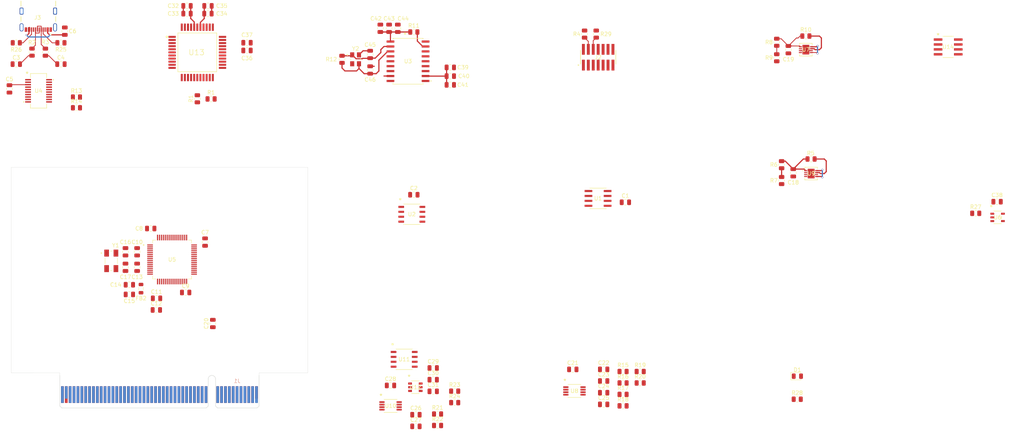
<source format=kicad_pcb>
(kicad_pcb (version 20240108) (generator "pcbnew") (generator_version "8.0")
  (layers (0 "F.Cu" signal) (1 "In1.Cu" signal) (2 "In2.Cu" signal) (31 "B.Cu" signal) (34 "B.Paste" user) (35 "F.Paste" user) (36 "B.SilkS" user "B.Silkscreen") (37 "F.SilkS" user "F.Silkscreen") (38 "B.Mask" user) (39 "F.Mask" user) (44 "Edge.Cuts" user))
  (net 0 "")
  (net 1 "+5V")
  (net 2 "Transducer-")
  (net 3 "SPI2_CS")
  (net 4 "USB_VDD")
  (net 6 "Net-(U3-SPLIT)")
  (net 8 "Net-(U13-GND)")
  (net 12 "Net-(D4-K)")
  (net 13 "USART2_TX")
  (net 21 "USART1_TX")
  (net 22 "USART1_RX")
  (net 23 "USB_D-")
  (net 24 "Net-(J3-CC1)")
  (net 25 "SPI1_MOSI")
  (net 26 "SPI1_MISO")
  (net 27 "DISCRETE_OUTPUT_3")
  (net 29 "DISCRETE_INPUT_4")
  (net 30 "HW_ID_3")
  (net 31 "HW_ID_2")
  (net 32 "SPI1_SCK")
  (net 33 "DISCRETE_OUTPUT_6")
  (net 35 "DISCRETE_OUTPUT_1")
  (net 36 "SPI1_CS")
  (net 38 "DISCRETE_OUTPUT_4")
  (net 39 "DISCRETE_INPUT_1")
  (net 42 "/OSC_IN")
  (net 43 "DISCRETE_INPUT_5")
  (net 44 "DISCRETE_INPUT_6")
  (net 45 "ARINC_429_CLK")
  (net 46 "DISCRETE_OUTPUT_5")
  (net 47 "DISCRETE_INPUT_2")
  (net 49 "DISCRETE_OUTPUT_2")
  (net 50 "DISCRETE_INPUT_3")
  (net 51 "HW_ID_1")
  (net 52 "ADC_CH1")
  (net 53 "SPI2_CLK")
  (net 54 "ADC_CH0")
  (net 55 "SPI2_MISO")
  (net 56 "SPI2_MOSI")
  (net 57 "USART2_RX")
  (net 58 "DAC_OUT")
  (net 59 "FT231_3V3OUT")
  (net 60 "Net-(U4-USBDP)")
  (net 61 "Net-(U4-USBDM)")
  (net 64 "Net-(J1-GND-PadA12)")
  (net 76 "Net-(J1-+12V-PadA2)")
  (net 78 "Net-(J1-+3.3V-PadA10)")
  (net 118 "/USART_RXLED")
  (net 119 "Net-(U4-VCC)")
  (net 120 "MCU_NRST")
  (net 121 "+3.3V")
  (net 122 "/OSC_OUT")
  (net 123 "SWDIO")
  (net 124 "429_IN-")
  (net 125 "Net-(U9-PG)")
  (net 126 "Net-(U9-SENSE{slash}ADJ)")
  (net 127 "SWCLK")
  (net 128 "V+_FROM_PCIE")
  (net 129 "Net-(U7-PG)")
  (net 130 "Net-(U7-SENSE{slash}ADJ)")
  (net 133 "WD_EN")
  (net 134 "WD_WDI")
  (net 135 "Net-(P1-CC)")
  (net 136 "429_OUT+")
  (net 140 "SPI2_SCK")
  (net 144 "Net-(J2-SWDIO)")
  (net 145 "Net-(U8-+IN_B)")
  (net 146 "Net-(U8--IN_B)")
  (net 147 "Net-(U8-+IN_A)")
  (net 148 "Net-(U8--IN_A)")
  (net 149 "-5V")
  (net 151 "429_OUT-")
  (net 152 "Net-(R21-Pad1)")
  (net 153 "Net-(U10-IN+)")
  (net 154 "Net-(R21-Pad2)")
  (net 155 "Net-(U10-IN-)")
  (net 156 "RTD-")
  (net 157 "Net-(U11-+IN)")
  (net 158 "RTD+")
  (net 160 "429_IN+")
  (net 165 "USB_D+")
  (net 166 "Net-(J3-CC2)")
  (net 168 "Net-(C22-Pad1)")
  (net 169 "Net-(J2-SWCLK)")
  (net 170 "Net-(U3-OSCOUT)")
  (net 171 "Net-(U3-OSCIN)")
  (net 172 "825_MR")
  (net 173 "Net-(D3-A)")
  (net 174 "/USART_TXLED")
  (net 175 "Transducer+")
  (net 176 "825_GP2")
  (net 177 "825_GP1")
  (net 178 "825_INT")
  (net 179 "825_CANL")
  (net 180 "825_CANH")
  (net 181 "825_STAT")
  (net 182 "825_TXEN")
  (net 183 "429_TFLAG")
  (net 184 "429_RFLAG")
  (net 185 "429_MR")
  (net 186 "Net-(D1-A)")
  (net 187 "Net-(U6-*WDO)")
  (net 188 "Net-(D2-K)")
  (net 189 "Net-(U14-FB)")
  (footprint "Capacitor_SMD:C_0805_2012Metric" (layer "F.Cu") (at 92.25 98.17 90)
    (property "Reference" "C13")
    (property "Value" "10nF")
  )
  (footprint "Resistor_SMD:R_0805_2012Metric" (layer "F.Cu") (at 68.6225 42.695 90)
    (property "Reference" "R3")
    (property "Value" "27")
  )
  (footprint "Capacitor_SMD:C_0805_2012Metric" (layer "F.Cu") (at 218.0138 81.405)
    (property "Reference" "C1")
    (property "Value" "4.7uF")
  )
  (footprint "Resistor_SMD:R_0805_2012Metric" (layer "F.Cu") (at 217.4125 128)
    (property "Reference" "R16")
    (property "Value" "1.13k")
  )
  (footprint "Capacitor_SMD:C_0805_2012Metric" (layer "F.Cu") (at 120.55 42.26 180)
    (property "Reference" "C36")
    (property "Value" "47uF")
  )
  (footprint "Capacitor_SMD:C_0805_2012Metric" (layer "F.Cu") (at 212.4125 130.51)
    (property "Reference" "C24")
    (property "Value" "0.1uF")
  )
  (footprint "Resistor_SMD:R_0805_2012Metric" (layer "F.Cu") (at 221.8225 128)
    (property "Reference" "R20")
    (property "Value" "750")
  )
  (footprint "Capacitor_SMD:C_0805_2012Metric" (layer "F.Cu") (at 92.25 94.17 90)
    (property "Reference" "C10")
    (property "Value" "100nF")
  )
  (footprint "SDII LIB:SAMTEC_FTSH-107-01-F-DV-K-P-TR" (layer "F.Cu") (at 211 44)
    (property "Reference" "J2")
    (property "Value" "ST STDC14 (Debug Connector)")
  )
  (footprint "Resistor_SMD:R_0805_2012Metric" (layer "F.Cu") (at 111.3 54.76)
    (property "Reference" "R1")
    (property "Value" "5.1K")
  )
  (footprint "SDII LIB:SOIC-18WB_HIC" (layer "F.Cu") (at 162.0212 45.04)
    (property "Reference" "U3")
    (property "Value" "HI-3110PSIF")
  )
  (footprint "Capacitor_SMD:C_0805_2012Metric" (layer "F.Cu") (at 73.6225 37.2825 -90)
    (property "Reference" "C6")
    (property "Value" "10nF")
  )
  (footprint "Capacitor_SMD:C_0805_2012Metric" (layer "F.Cu") (at 109.75 91.67 90)
    (property "Reference" "C7")
    (property "Value" "100nF")
  )
  (footprint "Capacitor_SMD:C_0805_2012Metric" (layer "F.Cu") (at 97.25 106.17)
    (property "Reference" "C11")
    (property "Value" "100nF")
  )
  (footprint "SDII LIB:XTAL_ABM3B-8.000MHZ-10-1-U-T" (layer "F.Cu") (at 85.5875 96.5075)
    (property "Reference" "Y1")
    (property "Value" "8MHz Crystal")
  )
  (footprint "SDII LIB:DGK8_TEX" (layer "F.Cu") (at 204.88845 130.050799)
    (property "Reference" "U8")
    (property "Value" "OPA2187IDGKR")
  )
  (footprint "Capacitor_SMD:C_0805_2012Metric" (layer "F.Cu") (at 168.50825 130.160001)
    (property "Reference" "C31")
    (property "Value" "40pF")
  )
  (footprint "Capacitor_SMD:C_0805_2012Metric" (layer "F.Cu") (at 90.25 102.67 180)
    (property "Reference" "C14")
    (property "Value" "1uF")
  )
  (footprint "Resistor_SMD:R_0805_2012Metric" (layer "F.Cu") (at 217.4125 125.05)
    (property "Reference" "R15")
    (property "Value" "10.7k")
  )
  (footprint "Capacitor_SMD:C_0805_2012Metric" (layer "F.Cu") (at 212.4125 127.5)
    (property "Reference" "C23")
    (property "Value" "0.015uF")
  )
  (footprint "Resistor_SMD:R_0805_2012Metric" (layer "F.Cu") (at 264.5 38.55)
    (property "Reference" "R10")
    (property "Value" "100k")
  )
  (footprint "Capacitor_SMD:C_0805_2012Metric" (layer "F.Cu") (at 159.3962 36.54 -90)
    (property "Reference" "C44")
    (property "Value" ".001uF")
  )
  (footprint "Capacitor_SMD:C_0805_2012Metric" (layer "F.Cu") (at 104.75 104.67)
    (property "Reference" "C9")
    (property "Value" "100nF")
  )
  (footprint "SDII LIB:CP_8_5_ADI" (layer "F.Cu") (at 264.5 42.05)
    (property "Reference" "U7")
    (property "Value" "ADP7104ACPZ-R7 (v3.3)")
  )
  (footprint "Resistor_SMD:R_0805_2012Metric" (layer "F.Cu") (at 217.4125 133.9)
    (property "Reference" "R18")
    (property "Value" "1M")
  )
  (footprint "Capacitor_SMD:C_0805_2012Metric" (layer "F.Cu") (at 59.363752 52.164611 -90)
    (property "Reference" "C5")
    (property "Value" "100nF")
  )
  (footprint "Capacitor_SMD:C_0805_2012Metric" (layer "F.Cu") (at 72.6225 45.7825)
    (property "Reference" "C4")
    (property "Value" "47pF")
  )
  (footprint "Inductor_SMD:L_0805_2012Metric" (layer "F.Cu") (at 93.25 103.67 90)
    (property "Reference" "FB2")
    (property "Value" "120R")
  )
  (footprint "Capacitor_SMD:C_0805_2012Metric" (layer "F.Cu") (at 61.1225 45.7825 180)
    (property "Reference" "C3")
    (property "Value" "47pF")
  )
  (footprint "Resistor_SMD:R_0805_2012Metric" (layer "F.Cu") (at 262.2725 132.195)
    (property "Reference" "R28")
    (property "Value" "2k")
  )
  (footprint "Capacitor_SMD:C_0805_2012Metric" (layer "F.Cu") (at 212.4125 133.52)
    (property "Reference" "C25")
    (property "Value" "10nF")
  )
  (footprint "Resistor_SMD:R_0805_2012Metric" (layer "F.Cu") (at 145.0212 44.54 -90)
    (property "Reference" "R12")
    (property "Value" "1.5Meg")
  )
  (footprint "Resistor_SMD:R_0805_2012Metric" (layer "F.Cu") (at 163.5212 37.497619)
    (property "Reference" "R11")
    (property "Value" "10k")
  )
  (footprint "SDII LIB:FT231XS-R_FTD" (layer "F.Cu") (at 66.863752 52.664611)
    (property "Reference" "U4")
    (property "Value" "FT231XS-R")
  )
  (footprint "Capacitor_SMD:C_0805_2012Metric" (layer "F.Cu") (at 261.25 73.8 -90)
    (property "Reference" "C18")
    (property "Value" "22uF")
  )
  (footprint "Resistor_SMD:R_0805_2012Metric" (layer "F.Cu") (at 258.25 71.7125 90)
    (property "Reference" "R6")
    (property "Value" "17.4k")
  )
  (footprint "Resistor_SMD:R_0805_2012Metric" (layer "F.Cu") (at 65.170876 42.687721 90)
    (property "Reference" "R2")
    (property "Value" "27")
  )
  (footprint "Resistor_SMD:R_0805_2012Metric" (layer "F.Cu") (at 174.0441 130.115001)
    (property "Reference" "R23")
    (property "Value" "1k")
  )
  (footprint "Capacitor_SMD:C_0805_2012Metric" (layer "F.Cu") (at 105.1 32.76 180)
    (property "Reference" "C33")
    (property "Value" "0.1uF")
  )
  (footprint "LED_SMD:LED_0805_2012Metric" (layer "F.Cu") (at 262.3125 126.25)
    (property "Reference" "D1")
    (property "Value" "PWR_LED")
  )
  (footprint "Resistor_SMD:R_0805_2012Metric" (layer "F.Cu") (at 257 40.1375 90)
    (property "Reference" "R8")
    (property "Value" "17.4k")
  )
  (footprint "Capacitor_SMD:C_0805_2012Metric" (layer "F.Cu") (at 204.4625 124.5)
    (property "Reference" "C21")
    (property "Value" "10nF")
  )
  (footprint "SDII LIB:GCT_USB4105-GF-A" (layer "F.Cu") (at 66.8 32.12 180)
    (property "Reference" "J3")
    (property "Value" "USB4105-GF-A")
  )
  (footprint "Capacitor_SMD:C_0805_2012Metric" (layer "F.Cu") (at 164.05825 139.190001)
    (property "Reference" "C27")
    (property "Value" "10uF")
  )
  (footprint "Capacitor_SMD:C_0805_2012Metric" (layer "F.Cu") (at 105.1 30.76 180)
    (property "Reference" "C32")
    (property "Value" "47uF")
  )
  (footprint "Resistor_SMD:R_0805_2012Metric" (layer "F.Cu") (at 174.0441 133.065001)
    (property "Reference" "R24")
    (property "Value" "2.5k")
  )
  (footprint "Capacitor_SMD:C_0805_2012Metric" (layer "F.Cu") (at 172.912279 46.625719)
    (property "Reference" "C39")
    (property "Value" ".001uF")
  )
  (footprint "SDII LIB:SOIC-8_S" (layer "F.Cu") (at 210.9638 80.405)
    (property "Reference" "U1")
    (property "Value" "LTC1298IS8_PBF")
  )
  (footprint "Capacitor_SMD:C_0805_2012Metric" (layer "F.Cu") (at 95.75 88.17 180)
    (property "Reference" "C8")
    (property "Value" "100nF")
  )
  (footprint "Resistor_SMD:R_0805_2012Metric" (layer "F.Cu") (at 169.6341 136.015001)
    (property "Reference" "R21")
    (property "Value" "5.5k")
  )
  (footprint "Resistor_SMD:R_0805_2012Metric" (layer "F.Cu") (at 72.6225 40.2825)
    (property "Reference" "R25")
    (property "Value" "5.1k")
  )
  (footprint "Capacitor_SMD:C_0805_2012Metric" (layer "F.Cu") (at 111.75 112.67 90)
    (property "Reference" "C20")
    (property "Value" ".1uF")
  )
  (footprint "Capacitor_SMD:C_0805_2012Metric" (layer "F.Cu") (at 168.50825 124.140001)
    (property "Reference" "C29")
    (property "Value" "400pF")
  )
  (footprint "Resistor_SMD:R_0805_2012Metric" (layer "F.Cu") (at 207.5 38.035 90)
    (property "Reference" "R4")
    (property "Value" "22")
  )
  (footprint "SDII LIB:SO-8_S_LIT" (layer "F.Cu") (at 163 84.5)
    (property "Reference" "U2")
    (property "Value" "LTC1451IS8-PBF")
  )
  (footprint "Capacitor_SMD:C_0805_2012Metric" (layer "F.Cu") (at 212.4125 124.49)
    (property "Reference" "C22")
    (property "Value" "332nF")
  )
  (footprint "Resistor_SMD:R_0805_2012Metric" (layer "F.Cu") (at 76.6225 57.0325)
    (property "Reference" "R14")
    (property "Value" "270")
  )
  (footprint "SDII LIB:DGK8_TEX" (layer "F.Cu") (at 157.52585 133.905)
    (property "Reference" "U10")
    (property "Value" "INA827AIDGKR")
  )
  (footprint "Capacitor_SMD:C_0805_2012Metric" (layer "F.Cu") (at 110.5 30.76)
    (property "Reference" "C35")
    (property "Value" "47uF")
  )
  (footprint "Capacitor_SMD:C_0805_2012Metric" (layer "F.Cu") (at 154.8962 36.54 -90)
    (property "Reference" "C42")
    (property "Value" ".1uF")
  )
  (footprint "SDII LIB:QFP80P1390X1390X150-44N" (layer "F.Cu") (at 107.75 42.75)
    (property "Reference" "U13")
    (property "Value" "HI-3585APQI")
  )
  (footprint "Capacitor_SMD:C_0805_2012Metric" (layer "F.Cu") (at 260 42.05 -90)
    (property "Reference" "C19")
    (property "Value" "22uF")
  )
  (footprint "SDII LIB:SO-G8_1_MXM" (layer "F.Cu") (at 298.54808 39.44)
    (property "Reference" "U14")
    (property "Value" "MAX764ESA")
  )
  (footprint "Resistor_SMD:R_0805_2012Metric" (layer "F.Cu") (at 265.8375 70.25)
    (property "Reference" "R5")
    (property "Value" "100k")
  )
  (footprint "Capacitor_SMD:C_0805_2012Metric" (layer "F.Cu") (at 152.2712 43.29 90)
    (property "Reference" "C45")
    (property "Value" "10pF")
  )
  (footprint "SDII LIB:SOT-23-6_TEX" (layer "F.Cu") (at 163.91715 129.095)
    (property "Reference" "U12")
    (property "Value" "REF3425MDBVTEP")
  )
  (footprint "Capacitor_SMD:C_0805_2012Metric" (layer "F.Cu") (at 89.25 98.17 90)
    (property "Reference" "C17")
    (property "Value" "10pF")
  )
  (footprint "Capacitor_SMD:C_0805_2012Metric" (layer "F.Cu") (at 163.5212 79.46)
    (property "Reference" "C2")
    (property "Value" ".1uF")
  )
  (footprint "Capacitor_SMD:C_0805_2012Metric" (layer "F.Cu") (at 110.485863 32.76)
    (property "Reference" "C34")
    (property "Value" "0.1uF")
  )
  (footprint "Resistor_SMD:R_0805_2012Metric" (layer "F.Cu") (at 257 44.1375 90)
    (property "Reference" "R9")
    (property "Value" "10k")
  )
  (footprint "Resistor_SMD:R_0805_2012Metric" (layer "F.Cu") (at 217.4125 130.95)
    (property "Reference" "R17")
    (property "Value" "1M")
  )
  (footprint "Resistor_SMD:R_0805_2012Metric" (layer "F.Cu") (at 107.764468 54.71536 90)
    (property "Reference" "R1")
    (property "Value" "22")
  )
  (footprint "Capacitor_SMD:C_0805_2012Metric" (layer "F.Cu") (at 168.50825 127.150001)
    (property "Reference" "C30")
    (property "Value" "40pF")
  )
  (footprint "Resistor_SMD:R_0805_2012Metric" (layer "F.Cu") (at 258.25 75.8 90)
    (property "Reference" "R7")
    (property "Value" "5.6k")
  )
  (footprint "Resistor_SMD:R_0805_2012Metric" (layer "F.Cu") (at 169.6341 138.965001)
    (property "Reference" "R22")
    (property "Value" "1k")
  )
  (footprint "Resistor_SMD:R_0805_2012Metric" (layer "F.Cu") (at 61.1225 40.2825 180)
    (property "Reference" "R26")
    (property "Value" "5.1k")
  )
  (footprint "Capacitor_SMD:C_0805_2012Metric" (layer "F.Cu") (at 97.2 109.17)
    (property "Reference" "C12")
    (property "Value" "4.7uF")
  )
  (footprint "SDII LIB:SOT23-5_STM" (layer "F.Cu") (at 313.88475 85.299999)
    (property "Reference" "U6")
    (property "Value" "STWD100YNXWY3F")
  )
  (footprint "SDII LIB:XTAL_ABM8-24.000MHz-10-B1U-T" (layer "F.Cu") (at 148.5212 44.54)
    (property "Reference" "Y2")
    (property "Value" "ABM8-24.000MHz-10-B1U-T")
  )
  (footprint "Capacitor_SMD:C_0805_2012Metric" (layer "F.Cu") (at 172.912279 48.875719)
    (property "Reference" "C40")
    (property "Value" ".01uF")
  )
  (footprint "Capacitor_SMD:C_0805_2012Metric" (layer "F.Cu") (at 164.05825 136.180001)
    (property "Reference" "C26")
    (property "Value" "1uF")
  )
  (footprint "Capacitor_SMD:C_0805_2012Metric" (layer "F.Cu") (at 313.75 81.25)
    (property "Reference" "C38")
    (property "Value" "0.1uF")
  )
  (footprint "SDII LIB:CP_8_5_ADI" (layer "F.Cu") (at 265.853 74.000001)
    (property "Reference" "U9")
    (property "Value" "ADP7104ACPZ-R7 (5v)")
  )
  (footprint "Capacitor_SMD:C_0805_2012Metric" (layer "F.Cu") (at 89.25 94.17 90)
    (property "Reference" "C16")
    (property "Value" "10pF")
  )
  (footprint "Capacitor_SMD:C_0805_2012Metric" (layer "F.Cu") (at 157.50825 128.640001)
    (property "Reference" "C28")
    (property "Value" "0.1uF")
  )
  (footprint "Resistor_SMD:R_0805_2012Metric" (layer "F.Cu") (at 210.5 38.035 90)
    (property "Reference" "R29")
    (property "Value" "22")
  )
  (footprint "Resistor_SMD:R_0805_2012Metric" (layer "F.Cu") (at 76.6225 54.2825)
    (property "Reference" "R13")
    (property "Value" "270")
  )
  (footprint "Capacitor_SMD:C_0805_2012Metric" (layer "F.Cu") (at 90.25 105.17 180)
    (property "Reference" "C15")
    (property "Value" "1uF")
  )
  (footprint "Capacitor_SMD:C_0805_2012Metric" (layer "F.Cu") (at 120.55 40.26 180)
    (property "Reference" "C37")
    (property "Value" "0.1uF")
  )
  (footprint "Capacitor_SMD:C_0805_2012Metric" (layer "F.Cu") (at 152.2712 47.29 90)
    (property "Reference" "C46")
    (property "Value" "10pF")
  )
  (footprint "Resistor_SMD:R_0805_2012Metric" (layer "F.Cu") (at 308.25 84.25)
    (property "Reference" "R27")
    (property "Value" "4.7k")
  )
  (footprint "SDII LIB:QFP50P1200X1200X160-64N" (layer "F.Cu") (at 101.25 96.17)
    (property "Reference" "U5")
    (property "Value" "STM32F103RBT6")
  )
  (footprint "SDII LIB:SO-8_S_LIT" (layer "F.Cu") (at 161.02585 121.905)
    (property "Reference" "U11")
    (property "Value" "LTC1250CS8-PBF")
  )
  (footprint "Resistor_SMD:R_0805_2012Metric" (layer "F.Cu") (at 221.8225 125.05)
    (property "Reference" "R19")
    (property "Value" "1.13k")
  )
  (footprint "Capacitor_SMD:C_0805_2012Metric" (layer "F.Cu") (at 172.912279 51.125719)
    (property "Reference" "C41")
    (property "Value" ".1uF")
  )
  (footprint "Capacitor_SMD:C_0805_2012Metric" (layer "F.Cu") (at 157.1462 36.54 -90)
    (property "Reference" "C43")
    (property "Value" ".01uF")
  )
  (footprint "Connector_PCBEdge:BUS_PCIexpress_x8" (layer "B.Cu") (at 123 131 180)
    (property "Reference" "J1")
    (property "Value" "Bus_PCI_Express_x8" (hide yes))
    (fp_line (start 50.65 -2.95) (end 50.65 4.95) (stroke (width 0.1)) (layer "Edge.Cuts"))
    (fp_line (start 50.15 -3.45) (end 50.65 -2.95) (stroke (width 0.1)) (layer "Edge.Cuts"))
    (fp_line (start 50.15 -3.45) (end 12.95 -3.45) (stroke (width 0.1)) (layer "Edge.Cuts"))
    (fp_line (start 12.95 -3.45) (end 12.45 -2.95) (stroke (width 0.1)) (layer "Edge.Cuts"))
    (fp_line (start 12.45 -2.95) (end 12.45 4) (stroke (width 0.1)) (layer "Edge.Cuts"))
    (fp_line (start 10.55 -2.95) (end 10.55 4) (stroke (width 0.1)) (layer "Edge.Cuts"))
    (fp_line (start 10.05 -3.45) (end 10.55 -2.95) (stroke (width 0.1)) (layer "Edge.Cuts"))
    (fp_line (start 10.05 -3.45) (end -0.15 -3.45) (stroke (width 0.1)) (layer "Edge.Cuts"))
    (fp_line (start -0.15 -3.45) (end -0.65 -2.95) (stroke (width 0.1)) (layer "Edge.Cuts"))
    (fp_line (start -0.65 -2.95) (end -0.65 4.95) (stroke (width 0.1)) (layer "Edge.Cuts"))
    (fp_arc (start 12.45 4) (mid 11.5 4.95) (end 10.55 4) (stroke (width 0.1)) (layer "Edge.Cuts"))
  )
  (gr_line (start 123.65 126.05) (end 123.650209 125.398775) (stroke (width 0.05)) (layer "Edge.Cuts"))
  (gr_line (start 136.2 72.4) (end 136.2 125.4) (stroke (width 0.05)) (layer "Edge.Cuts"))
  (gr_line (start 59.8 72.4) (end 136.2 72.4) (stroke (width 0.05)) (layer "Edge.Cuts"))
  (gr_line (start 59.8 125.4) (end 59.8 72.4) (stroke (width 0.05)) (layer "Edge.Cuts"))
  (gr_line (start 136.2 125.4) (end 123.650209 125.398775) (stroke (width 0.05)) (layer "Edge.Cuts"))
  (gr_line (start 72.35007 125.400853) (end 59.8 125.4) (stroke (width 0.05)) (layer "Edge.Cuts"))
  (gr_line (start 72.35 126.05) (end 72.35007 125.400853) (stroke (width 0.05)) (layer "Edge.Cuts"))
  (segment (start 109.535863 34.024137) (end 108.55 35.01) (width 0.3) (layer "F.Cu") (net 1))
  (segment (start 258.45 70.8) (end 258.5 70.75) (width 0.5) (layer "F.Cu") (net 1))
  (segment (start 109.55 32.745863) (end 109.535863 32.76) (width 0.3) (layer "F.Cu") (net 1))
  (segment (start 263.85 70.25) (end 261.25 72.85) (width 0.3) (layer "F.Cu") (net 1))
  (segment (start 109.535863 32.76) (end 109.535863 34.024137) (width 0.3) (layer "F.Cu") (net 1))
  (segment (start 171.962279 46.625719) (end 171.962279 51.125719) (width 0.3) (layer "F.Cu") (net 1))
  (segment (start 166.568119 48.875719) (end 166.5424 48.85) (width 0.3) (layer "F.Cu") (net 1))
  (segment (start 264.056 72.85) (end 264.456 73.25) (width 0.3) (layer "F.Cu") (net 1))
  (segment (start 109.55 30.76) (end 109.55 32.745863) (width 0.3) (layer "F.Cu") (net 1))
  (segment (start 171.962279 48.875719) (end 166.568119 48.875719) (width 0.3) (layer "F.Cu") (net 1))
  (segment (start 166.6024 48.79) (end 166.5424 48.85) (width 0.3) (layer "F.Cu") (net 1))
  (segment (start 258.25 70.8) (end 259.2 70.8) (width 0.3) (layer "F.Cu") (net 1))
  (segment (start 108.55 35.01) (end 108.55 36.26) (width 0.3) (layer "F.Cu") (net 1))
  (segment (start 259.2 70.8) (end 261.25 72.85) (width 0.3) (layer "F.Cu") (net 1))
  (segment (start 264.925 70.25) (end 263.85 70.25) (width 0.3) (layer "F.Cu") (net 1))
  (segment (start 258.25 70.8) (end 258.45 70.8) (width 0.5) (layer "F.Cu") (net 1))
  (segment (start 261.25 72.85) (end 261.25 72.75) (width 0.5) (layer "F.Cu") (net 1))
  (segment (start 261.25 72.85) (end 264.056 72.85) (width 0.3) (layer "F.Cu") (net 1))
  (segment (start 265.897 42.3) (end 264.75 42.3) (width 0.2) (layer "F.Cu") (net 2))
  (segment (start 153.3212 46.34) (end 152.2712 46.34) (width 0.3) (layer "F.Cu") (net 2))
  (segment (start 111.45 32.745863) (end 111.435863 32.76) (width 0.3) (layer "F.Cu") (net 2))
  (segment (start 104.15 30.76) (end 104.15 32.76) (width 0.3) (layer "F.Cu") (net 2))
  (segment (start 152.2712 42.34) (end 150.4462 42.34) (width 0.3) (layer "F.Cu") (net 2))
  (segment (start 150.4462 42.34) (end 149.3962 43.39) (width 0.3) (layer "F.Cu") (net 2))
  (segment (start 264.75 42.3) (end 264.5 42.05) (width 0.2) (layer "F.Cu") (net 2))
  (segment (start 264.25 42.3) (end 264.5 42.05) (width 0.2) (layer "F.Cu") (net 2))
  (segment (start 111.45 30.76) (end 111.45 32.745863) (width 0.3) (layer "F.Cu") (net 2))
  (segment (start 263.103 42.3) (end 264.25 42.3) (width 0.2) (layer "F.Cu") (net 2))
  (segment (start 157.5 48.85) (end 155.8312 48.85) (width 0.3) (layer "F.Cu") (net 2))
  (segment (start 69.2 37.75) (end 69.2 36.875) (width 0.3) (layer "F.Cu") (net 4))
  (segment (start 64.4 37.85) (end 64.4 36.875) (width 0.3) (layer "F.Cu") (net 4))
  (segment (start 64.4 36.875) (end 64.45 36.925) (width 0.5) (layer "F.Cu") (net 4))
  (segment (start 63.9675 38.2825) (end 64.4 37.85) (width 0.3) (layer "F.Cu") (net 4))
  (segment (start 64.45 36.925) (end 64.45 36.426726) (width 0.5) (layer "F.Cu") (net 4))
  (segment (start 69.8725 38.2325) (end 69.6825 38.2325) (width 0.3) (layer "F.Cu") (net 4))
  (segment (start 69.6825 38.2325) (end 69.2 37.75) (width 0.3) (layer "F.Cu") (net 4))
  (segment (start 63.7675 38.2825) (end 63.9675 38.2825) (width 0.3) (layer "F.Cu") (net 4))
  (segment (start 69.8725 38.2325) (end 73.6225 38.2325) (width 0.3) (layer "F.Cu") (net 4))
  (via (at 69.8725 38.2325) (size 0.45) (drill 0.3) (layers "F.Cu" "B.Cu") (net 4))
  (via (at 63.7675 38.2825) (size 0.45) (drill 0.3) (layers "F.Cu" "B.Cu") (net 4))
  (segment (start 64.2675 38.7825) (end 63.7675 38.2825) (width 0.3) (layer "B.Cu") (net 4))
  (segment (start 69.8725 38.2325) (end 69.3225 38.7825) (width 0.3) (layer "B.Cu") (net 4))
  (segment (start 69.3225 38.7825) (end 64.2675 38.7825) (width 0.3) (layer "B.Cu") (net 4))
  (segment (start 66.55 36.05) (end 66.6 36) (width 0.2) (layer "F.Cu") (net 23))
  (segment (start 67.5 36) (end 67.55 36.05) (width 0.2) (layer "F.Cu") (net 23))
  (segment (start 67.55 40.71) (end 68.6225 41.7825) (width 0.2) (layer "F.Cu") (net 23))
  (segment (start 67.55 36.875) (end 67.55 40.71) (width 0.2) (layer "F.Cu") (net 23))
  (segment (start 66.6 36) (end 67.5 36) (width 0.2) (layer "F.Cu") (net 23))
  (segment (start 67.55 36.05) (end 67.55 36.875) (width 0.2) (layer "F.Cu") (net 23))
  (segment (start 66.55 36.875) (end 66.55 36.05) (width 0.2) (layer "F.Cu") (net 23))
  (segment (start 70.3725 40.2825) (end 68.05 37.96) (width 0.2) (layer "F.Cu") (net 24))
  (segment (start 71.71 40.2825) (end 70.3725 40.2825) (width 0.2) (layer "F.Cu") (net 24))
  (segment (start 68.05 37.96) (end 68.05 36.875) (width 0.2) (layer "F.Cu") (net 24))
  (segment (start 59.501252 51.077111) (end 59.363752 51.214611) (width 0.2) (layer "F.Cu") (net 59))
  (segment (start 64.158652 51.077111) (end 59.501252 51.077111) (width 0.2) (layer "F.Cu") (net 59))
  (segment (start 65.170876 43.600221) (end 64.254779 43.600221) (width 0.2) (layer "F.Cu") (net 60))
  (segment (start 64.254779 43.600221) (end 62.0725 45.7825) (width 0.2) (layer "F.Cu") (net 60))
  (segment (start 68.6225 43.6075) (end 69.4975 43.6075) (width 0.2) (layer "F.Cu") (net 61))
  (segment (start 69.4975 43.6075) (end 71.6725 45.7825) (width 0.2) (layer "F.Cu") (net 61))
  (segment (start 162.601081 37.49) (end 162.6087 37.497619) (width 0.3) (layer "F.Cu") (net 121))
  (segment (start 257 39.225) (end 258.125 39.225) (width 0.2) (layer "F.Cu") (net 121))
  (segment (start 260 41.1) (end 262.903001 41.1) (width 0.2) (layer "F.Cu") (net 121))
  (segment (start 106.05 34.01) (end 106.95 34.91) (width 0.3) (layer "F.Cu") (net 121))
  (segment (start 262.5 39.05) (end 262.05 39.05) (width 0.2) (layer "F.Cu") (net 121))
  (segment (start 157.5 39.96) (end 157.5 37.8438) (width 0.3) (layer "F.Cu") (net 121))
  (segment (start 262.05 39.05) (end 260 41.1) (width 0.2) (layer "F.Cu") (net 121))
  (segment (start 154.8962 37.49) (end 157.1462 37.49) (width 0.3) (layer "F.Cu") (net 121))
  (segment (start 159.3962 37.49) (end 162.601081 37.49) (width 0.3) (layer "F.Cu") (net 121))
  (segment (start 263.5875 38.55) (end 263 38.55) (width 0.2) (layer "F.Cu") (net 121))
  (segment (start 263 38.55) (end 262.5 39.05) (width 0.2) (layer "F.Cu") (net 121))
  (segment (start 106.05 32.76) (end 106.05 34.01) (width 0.3) (layer "F.Cu") (net 121))
  (segment (start 106.05 30.76) (end 106.05 32.76) (width 0.3) (layer "F.Cu") (net 121))
  (segment (start 106.95 34.91) (end 106.95 36.26) (width 0.3) (layer "F.Cu") (net 121))
  (segment (start 157.1462 37.49) (end 159.3962 37.49) (width 0.3) (layer "F.Cu") (net 121))
  (segment (start 157.5 37.8438) (end 157.1462 37.49) (width 0.3) (layer "F.Cu") (net 121))
  (segment (start 262.903001 41.1) (end 263.103 41.299999) (width 0.2) (layer "F.Cu") (net 121))
  (segment (start 258.125 39.225) (end 260 41.1) (width 0.2) (layer "F.Cu") (net 121))
  (segment (start 268.25 74) (end 269.25 74) (width 0.3) (layer "F.Cu") (net 125))
  (segment (start 269.75 70.75) (end 269.25 70.25) (width 0.3) (layer "F.Cu") (net 125))
  (segment (start 269.25 70.25) (end 266.75 70.25) (width 0.3) (layer "F.Cu") (net 125))
  (segment (start 268.000001 73.750001) (end 268.25 74) (width 0.3) (layer "F.Cu") (net 125))
  (segment (start 269.25 74) (end 269.75 73.5) (width 0.3) (layer "F.Cu") (net 125))
  (segment (start 267.25 73.750001) (end 268.000001 73.750001) (width 0.3) (layer "F.Cu") (net 125))
  (segment (start 269.75 73.5) (end 269.75 70.75) (width 0.3) (layer "F.Cu") (net 125))
  (segment (start 258.25 72.625) (end 258.25 74.8875) (width 0.3) (layer "F.Cu") (net 126))
  (segment (start 268.500002 74.750002) (end 268.75 75) (width 0.3) (layer "F.Cu") (net 128))
  (segment (start 265.897 41.299999) (end 267.250001 41.299999) (width 0.3) (layer "F.Cu") (net 128))
  (segment (start 267.25 73.25) (end 268.5 73.25) (width 0.3) (layer "F.Cu") (net 128))
  (segment (start 267.25 74.750002) (end 268.500002 74.750002) (width 0.3) (layer "F.Cu") (net 128))
  (segment (start 265.897 42.800001) (end 267.250001 42.800001) (width 0.2) (layer "F.Cu") (net 128))
  (segment (start 267.250001 42.800001) (end 267.5 43.05) (width 0.2) (layer "F.Cu") (net 128))
  (segment (start 268.5 73.25) (end 268.75 73) (width 0.3) (layer "F.Cu") (net 128))
  (segment (start 267.250001 41.299999) (end 267.5 41.05) (width 0.3) (layer "F.Cu") (net 128))
  (via (at 268.75 75) (size 0.45) (drill 0.3) (layers "F.Cu" "B.Cu") (net 128))
  (via (at 267.5 43.05) (size 0.45) (drill 0.3) (layers "F.Cu" "B.Cu") (net 128))
  (via (at 268.75 73) (size 0.45) (drill 0.3) (layers "F.Cu" "B.Cu") (net 128))
  (via (at 267.5 41.05) (size 0.45) (drill 0.3) (layers "F.Cu" "B.Cu") (net 128))
  (segment (start 267.5 41.05) (end 267.5 43.05) (width 0.3) (layer "B.Cu") (net 128))
  (segment (start 268.75 73) (end 268.75 75) (width 0.3) (layer "B.Cu") (net 128))
  (segment (start 268.5 39.05) (end 268 38.55) (width 0.3) (layer "F.Cu") (net 129))
  (segment (start 268 42.05) (end 268.5 41.55) (width 0.3) (layer "F.Cu") (net 129))
  (segment (start 268 38.55) (end 265.4125 38.55) (width 0.3) (layer "F.Cu") (net 129))
  (segment (start 266.880399 42.05) (end 268 42.05) (width 0.3) (layer "F.Cu") (net 129))
  (segment (start 268.5 41.55) (end 268.5 39.05) (width 0.3) (layer "F.Cu") (net 129))
  (segment (start 265.897 41.8) (end 266.630399 41.8) (width 0.3) (layer "F.Cu") (net 129))
  (segment (start 266.630399 41.8) (end 266.880399 42.05) (width 0.3) (layer "F.Cu") (net 129))
  (segment (start 257 41.05) (end 257 43.225) (width 0.2) (layer "F.Cu") (net 130))
  (segment (start 208.46 39.9075) (end 207.5 38.9475) (width 0.2) (layer "F.Cu") (net 144))
  (segment (start 208.46 41.965) (end 208.46 39.9075) (width 0.2) (layer "F.Cu") (net 144))
  (segment (start 66.05 40.896097) (end 65.170876 41.775221) (width 0.2) (layer "F.Cu") (net 165))
  (segment (start 67.05 37.7) (end 66.9675 37.7825) (width 0.2) (layer "F.Cu") (net 165))
  (segment (start 67.05 36.875) (end 67.05 37.7) (width 0.2) (layer "F.Cu") (net 165))
  (segment (start 66.05 36.875) (end 66.05 40.896097) (width 0.2) (layer "F.Cu") (net 165))
  (segment (start 66.1325 37.7825) (end 66.05 37.7) (width 0.2) (layer "F.Cu") (net 165))
  (segment (start 66.9675 37.7825) (end 66.1325 37.7825) (width 0.2) (layer "F.Cu") (net 165))
  (segment (start 66.05 37.7) (end 66.05 36.875) (width 0.2) (layer "F.Cu") (net 165))
  (segment (start 65.05 38.105) (end 62.8725 40.2825) (width 0.2) (layer "F.Cu") (net 166))
  (segment (start 62.8725 40.2825) (end 62.035 40.2825) (width 0.2) (layer "F.Cu") (net 166))
  (segment (start 65.05 36.875) (end 65.05 38.105) (width 0.2) (layer "F.Cu") (net 166))
  (segment (start 209.73 41.965) (end 209.73 39.7175) (width 0.2) (layer "F.Cu") (net 169))
  (segment (start 209.73 39.7175) (end 210.5 38.9475) (width 0.2) (layer "F.Cu") (net 169))
  (segment (start 153.5712 44.24) (end 155.0212 42.79) (width 0.3) (layer "F.Cu") (net 170))
  (segment (start 155.8312 41.23) (end 157.5 41.23) (width 0.3) (layer "F.Cu") (net 170))
  (segment (start 150.2712 44.39) (end 148.6462 44.39) (width 0.3) (layer "F.Cu") (net 170))
  (segment (start 155.0212 42.04) (end 155.8312 41.23) (width 0.3) (layer "F.Cu") (net 170))
  (segment (start 152.2212 44.29) (end 150.3712 44.29) (width 0.3) (layer "F.Cu") (net 170))
  (segment (start 150.3712 44.29) (end 150.2712 44.39) (width 0.3) (layer "F.Cu") (net 170))
  (segment (start 155.0212 42.79) (end 155.0212 42.04) (width 0.3) (layer "F.Cu") (net 170))
  (segment (start 152.2712 44.24) (end 153.5712 44.24) (width 0.3) (layer "F.Cu") (net 170))
  (segment (start 148.6462 44.39) (end 147.6462 43.39) (width 0.3) (layer "F.Cu") (net 170))
  (segment (start 147.4087 43.6275) (end 147.6462 43.39) (width 0.3) (layer "F.Cu") (net 170))
  (segment (start 145.0212 43.6275) (end 147.4087 43.6275) (width 0.3) (layer "F.Cu") (net 170))
  (segment (start 152.2712 44.24) (end 152.2212 44.29) (width 0.3) (layer "F.Cu") (net 170))
  (segment (start 153.8212 48.24) (end 154.5212 47.54) (width 0.3) (layer "F.Cu") (net 171))
  (segment (start 145.0212 46.79) (end 145.7712 47.54) (width 0.3) (layer "F.Cu") (net 171))
  (segment (start 152.2712 48.24) (end 153.8212 48.24) (width 0.3) (layer "F.Cu") (net 171))
  (segment (start 154.5212 44.7676) (end 156.7888 42.5) (width 0.3) (layer "F.Cu") (net 171))
  (segment (start 145.0212 45.4525) (end 145.0212 46.79) (width 0.3) (layer "F.Cu") (net 171))
  (segment (start 150.7212 48.24) (end 149.3962 46.915) (width 0.3) (layer "F.Cu") (net 171))
  (segment (start 156.7888 42.5) (end 157.5 42.5) (width 0.3) (layer "F.Cu") (net 171))
  (segment (start 148.7712 47.54) (end 149.3962 46.915) (width 0.3) (layer "F.Cu") (net 171))
  (segment (start 154.5212 47.54) (end 154.5212 44.7676) (width 0.3) (layer "F.Cu") (net 171))
  (segment (start 152.2712 48.24) (end 150.7212 48.24) (width 0.3) (layer "F.Cu") (net 171))
  (segment (start 149.3962 46.915) (end 149.3962 45.69) (width 0.3) (layer "F.Cu") (net 171))
  (segment (start 145.7712 47.54) (end 148.7712 47.54) (width 0.3) (layer "F.Cu") (net 171))
  (segment (start 165.8312 41.23) (end 166.5424 41.23) (width 0.3) (layer "F.Cu") (net 172))
  (segment (start 164.4337 39.8325) (end 165.8312 41.23) (width 0.3) (layer "F.Cu") (net 172))
  (segment (start 164.4337 37.497619) (end 164.4337 39.8325) (width 0.3) (layer "F.Cu") (net 172))
)
</source>
